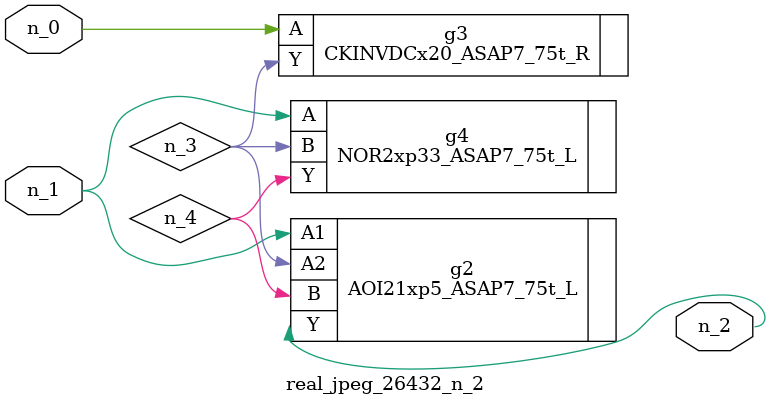
<source format=v>
module real_jpeg_26432_n_2 (n_1, n_0, n_2);

input n_1;
input n_0;

output n_2;

wire n_4;
wire n_3;

CKINVDCx20_ASAP7_75t_R g3 ( 
.A(n_0),
.Y(n_3)
);

AOI21xp5_ASAP7_75t_L g2 ( 
.A1(n_1),
.A2(n_3),
.B(n_4),
.Y(n_2)
);

NOR2xp33_ASAP7_75t_L g4 ( 
.A(n_1),
.B(n_3),
.Y(n_4)
);


endmodule
</source>
